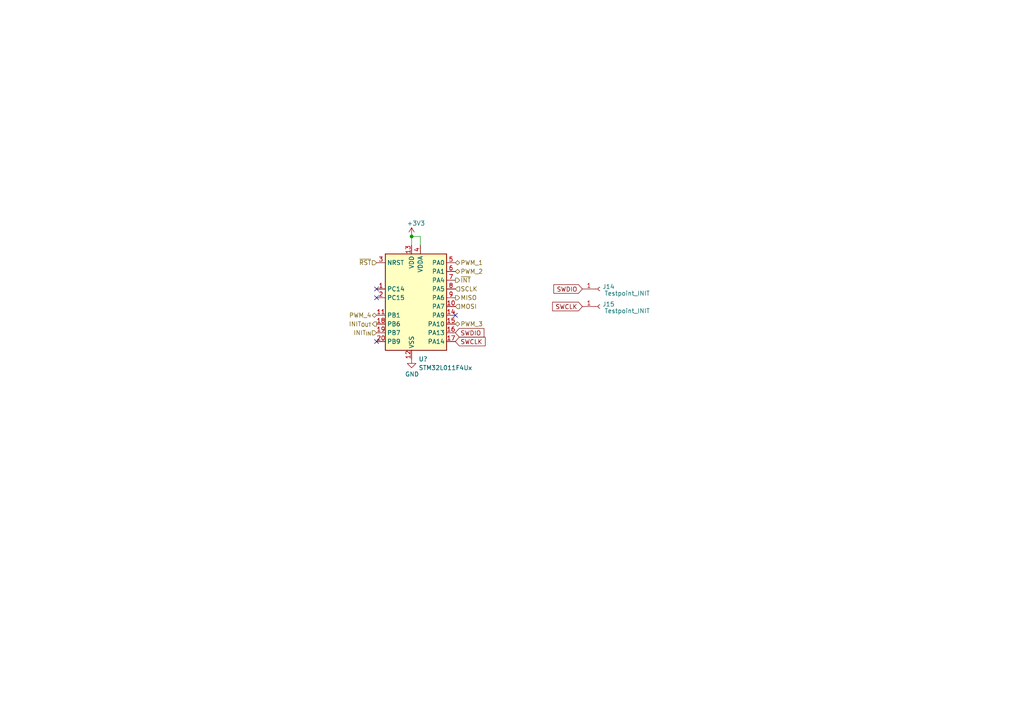
<source format=kicad_sch>
(kicad_sch (version 20211123) (generator eeschema)
  (paper "A4")
  (lib_symbols
    (symbol "Connector:Conn_01x01_Female" (pin_names (offset 1.016) hide)
      (property "Reference" "J" (at 0 2.54 0))
      (property "Value" "Conn_01x01_Female" (at 0 -2.54 0))
      (symbol "Conn_01x01_Female_1_1"
        (polyline (pts (xy -1.27 0) (xy -0.508 0)) (stroke (width 0.1524)))
        (arc (start 0 0.508) (mid -0.508 0) (end 0 -0.508) (stroke (width 0.1524)))
        (pin passive line (at -5.08 0 0) (length 3.81) (name "Pin_1") (number "1"))
      )
    )
    (symbol "MCU_ST_STM32L0:STM32L011F4Ux"
      (property "Reference" "U" (at -10.16 13.97 0))
      (property "Value" "STM32L011F4Ux" (at 2.54 13.97 0))
      (symbol "STM32L011F4Ux_0_1"
        (rectangle (start -10.16 -15.24) (end 7.62 12.7) (stroke (width 0.254)) (fill (type background)))
      )
      (symbol "STM32L011F4Ux_1_1"
        (pin bidirectional line (at -12.7 2.54 0) (length 2.54) (name "PC14") (number "1"))
        (pin bidirectional line (at 10.16 -2.54 180) (length 2.54) (name "PA7") (number "10"))
        (pin bidirectional line (at -12.7 -5.08 0) (length 2.54) (name "PB1") (number "11"))
        (pin power_in line (at -2.54 -17.78 90) (length 2.54) (name "VSS") (number "12"))
        (pin power_in line (at -2.54 15.24 270) (length 2.54) (name "VDD") (number "13"))
        (pin bidirectional line (at 10.16 -5.08 180) (length 2.54) (name "PA9") (number "14"))
        (pin bidirectional line (at 10.16 -7.62 180) (length 2.54) (name "PA10") (number "15"))
        (pin bidirectional line (at 10.16 -10.16 180) (length 2.54) (name "PA13") (number "16"))
        (pin bidirectional line (at 10.16 -12.7 180) (length 2.54) (name "PA14") (number "17"))
        (pin bidirectional line (at -12.7 -7.62 0) (length 2.54) (name "PB6") (number "18"))
        (pin bidirectional line (at -12.7 -10.16 0) (length 2.54) (name "PB7") (number "19"))
        (pin bidirectional line (at -12.7 0 0) (length 2.54) (name "PC15") (number "2"))
        (pin bidirectional line (at -12.7 -12.7 0) (length 2.54) (name "PB9") (number "20"))
        (pin input line (at -12.7 10.16 0) (length 2.54) (name "NRST") (number "3"))
        (pin power_in line (at 0 15.24 270) (length 2.54) (name "VDDA") (number "4"))
        (pin bidirectional line (at 10.16 10.16 180) (length 2.54) (name "PA0") (number "5"))
        (pin bidirectional line (at 10.16 7.62 180) (length 2.54) (name "PA1") (number "6"))
        (pin bidirectional line (at 10.16 5.08 180) (length 2.54) (name "PA4") (number "7"))
        (pin bidirectional line (at 10.16 2.54 180) (length 2.54) (name "PA5") (number "8"))
        (pin bidirectional line (at 10.16 0 180) (length 2.54) (name "PA6") (number "9"))
      )
    )
    (symbol "power:+3.3V" (power) (pin_names (offset 0))
      (property "Value" "+3.3V" (at 0 3.556 0))
      (symbol "+3.3V_0_1"
        (polyline (pts (xy -0.762 1.27) (xy 0 2.54)))
        (polyline (pts (xy 0 0) (xy 0 2.54)))
        (polyline (pts (xy 0 2.54) (xy 0.762 1.27)))
      )
      (symbol "+3.3V_1_1"
        (pin power_in line (at 0 0 90) (length 0) hide (name "+3V3") (number "1"))
      )
    )
    (symbol "power:GND" (power) (pin_names (offset 0))
      (property "Value" "GND" (at 0 -3.81 0))
      (symbol "GND_0_1"
        (polyline (pts (xy 0 0) (xy 0 -1.27) (xy 1.27 -1.27) (xy 0 -2.54) (xy -1.27 -1.27) (xy 0 -1.27)))
      )
      (symbol "GND_1_1"
        (pin power_in line (at 0 0 270) (length 0) hide (name "GND") (number "1"))
      )
    )
  )
  (junction (at 119.38 68.58))
  (no_connect (at 109.22 83.82))
  (no_connect (at 109.22 99.06))
  (no_connect (at 109.22 86.36))
  (no_connect (at 132.08 91.44))
  (wire (pts (xy 121.92 68.58) (xy 121.92 71.12)))
  (wire (pts (xy 119.38 68.58) (xy 121.92 68.58)))
  (wire (pts (xy 119.38 68.58) (xy 119.38 71.12)))
  (global_label "SWCLK" (shape input) (at 168.91 88.9 180) (property "Referenzen zwischen Schaltplänen" "${INTERSHEET_REFS}" (effects hide)))
  (global_label "SWDIO" (shape input) (at 132.08 96.52 0) (property "Referenzen zwischen Schaltplänen" "${INTERSHEET_REFS}" (effects hide)))
  (global_label "SWDIO" (shape input) (at 168.91 83.82 180) (property "Referenzen zwischen Schaltplänen" "${INTERSHEET_REFS}" (effects hide)))
  (global_label "SWCLK" (shape input) (at 132.08 99.06 0) (property "Referenzen zwischen Schaltplänen" "${INTERSHEET_REFS}" (effects hide)))
  (hierarchical_label "PWM_1" (shape bidirectional) (at 132.08 76.2 0))
  (hierarchical_label "~{RST}" (shape input) (at 109.22 76.2 180))
  (hierarchical_label "INIT_{IN}" (shape input) (at 109.22 96.52 180))
  (hierarchical_label "PWM_3" (shape bidirectional) (at 132.08 93.98 0))
  (hierarchical_label "INIT_{OUT}" (shape output) (at 109.22 93.98 180))
  (hierarchical_label "~{INT}" (shape output) (at 132.08 81.28 0))
  (hierarchical_label "PWM_2" (shape bidirectional) (at 132.08 78.74 0))
  (hierarchical_label "MOSI" (shape input) (at 132.08 88.9 0))
  (hierarchical_label "PWM_4" (shape bidirectional) (at 109.22 91.44 180))
  (hierarchical_label "SCLK" (shape input) (at 132.08 83.82 0))
  (hierarchical_label "MISO" (shape output) (at 132.08 86.36 0))
  (symbol (lib_id "Connector:Conn_01x01_Female") (at 173.99 88.9 0) (unit 1)
    (property "Reference" "J15" (at 174.7012 88.2396 0) (effects (justify left)))
    (property "Value" "Testpoint_INIT" (at 175.26 90.17 0) (effects (justify left)))
    (property "Footprint" "TestPoint:TestPoint_Pad_D2.0mm" (effects hide))
    (property "LCSC" "-" (effects hide))
  )
  (symbol (lib_id "power:+3.3V") (at 119.38 68.58 0) (unit 1)
    (property "Reference" "#PWR?" (effects hide))
    (property "Value" "+3.3V" (at 120.65 64.77 0))
  )
  (symbol (lib_id "power:GND") (at 119.38 104.14 0) (unit 1)
    (property "Reference" "#PWR?" (effects hide))
    (property "Value" "GND" (at 119.507 108.5342 0))
  )
  (symbol (lib_id "MCU_ST_STM32L0:STM32L011F4Ux") (at 121.92 86.36 0) (unit 1)
    (property "Reference" "U?" (at 121.3994 104.14 0) (effects (justify left)))
    (property "Value" "STM32L011F4Ux" (at 121.3994 106.68 0) (effects (justify left)))
    (property "Footprint" "Package_DFN_QFN:ST_UFQFPN-20_3x3mm_P0.5mm" (effects hide))
    (property "Datasheet" "http://www.st.com/st-web-ui/static/active/en/resource/technical/document/datasheet/DM00206508.pdf" (effects hide))
    (property "LCSC" "C329283" (effects hide))
  )
  (symbol (lib_id "Connector:Conn_01x01_Female") (at 173.99 83.82 0) (unit 1)
    (property "Reference" "J14" (at 174.7012 83.1596 0) (effects (justify left)))
    (property "Value" "Testpoint_INIT" (at 175.26 85.09 0) (effects (justify left)))
    (property "Footprint" "TestPoint:TestPoint_Pad_D2.0mm" (effects hide))
    (property "LCSC" "-" (effects hide))
  )
)
</source>
